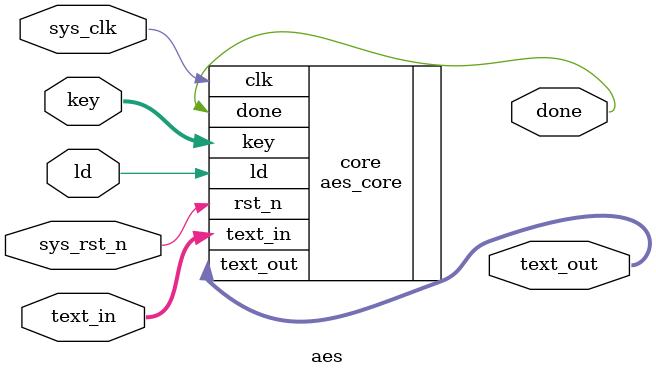
<source format=v>

`include "timescale.v"

module aes (
  input  wire         sys_clk,
  input  wire         sys_rst_n,
  input  wire         ld,
  input  wire [0:127] key,
  input  wire [0:127] text_in,
  output wire         done,
  output wire [0:127] text_out
);
  
  aes_core core (
    .clk      (sys_clk   ),
    .rst_n    (sys_rst_n ),
    .ld       (ld        ),
    .key      (key       ),
    .text_in  (text_in   ),
    .done     (done      ),
    .text_out (text_out  )
  );
  
endmodule


</source>
